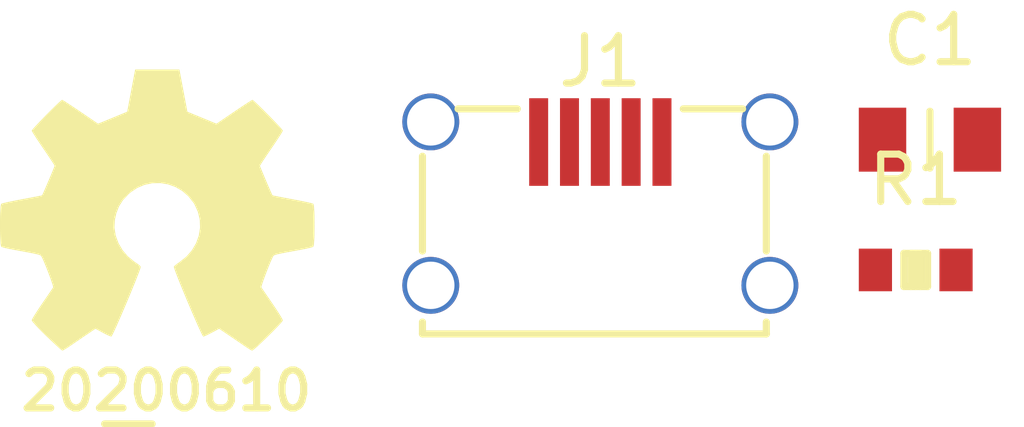
<source format=kicad_pcb>
(kicad_pcb (version 20171130) (host pcbnew 5.1.6-c6e7f7d~86~ubuntu19.10.1)

  (general
    (thickness 1.6)
    (drawings 0)
    (tracks 0)
    (zones 0)
    (modules 5)
    (nets 7)
  )

  (page A4)
  (layers
    (0 F.Cu signal)
    (31 B.Cu signal)
    (32 B.Adhes user)
    (33 F.Adhes user)
    (34 B.Paste user)
    (35 F.Paste user)
    (36 B.SilkS user)
    (37 F.SilkS user)
    (38 B.Mask user)
    (39 F.Mask user)
    (40 Dwgs.User user)
    (41 Cmts.User user)
    (42 Eco1.User user)
    (43 Eco2.User user)
    (44 Edge.Cuts user)
    (45 Margin user)
    (46 B.CrtYd user)
    (47 F.CrtYd user)
    (48 B.Fab user)
    (49 F.Fab user)
  )

  (setup
    (last_trace_width 0.25)
    (user_trace_width 0.2)
    (user_trace_width 0.3)
    (user_trace_width 0.4)
    (user_trace_width 0.6)
    (user_trace_width 0.8)
    (user_trace_width 1)
    (user_trace_width 1.2)
    (user_trace_width 1.4)
    (user_trace_width 1.6)
    (user_trace_width 2)
    (trace_clearance 0.2)
    (zone_clearance 0.508)
    (zone_45_only no)
    (trace_min 0.1524)
    (via_size 0.8)
    (via_drill 0.4)
    (via_min_size 0.381)
    (via_min_drill 0.254)
    (user_via 0.4 0.254)
    (user_via 0.5 0.3)
    (user_via 0.6 0.4)
    (user_via 0.8 0.6)
    (user_via 1.1 0.8)
    (user_via 1.3 1)
    (user_via 1.5 1.2)
    (user_via 1.7 1.4)
    (user_via 1.9 1.6)
    (user_via 2.5 2)
    (uvia_size 0.3)
    (uvia_drill 0.1)
    (uvias_allowed no)
    (uvia_min_size 0.2)
    (uvia_min_drill 0.1)
    (edge_width 0.05)
    (segment_width 0.2)
    (pcb_text_width 0.3)
    (pcb_text_size 1.5 1.5)
    (mod_edge_width 0.12)
    (mod_text_size 0.8 0.8)
    (mod_text_width 0.12)
    (pad_size 1.524 1.524)
    (pad_drill 0.762)
    (pad_to_mask_clearance 0.0762)
    (solder_mask_min_width 0.1016)
    (pad_to_paste_clearance_ratio -0.1)
    (aux_axis_origin 0 0)
    (visible_elements FFFFFF7F)
    (pcbplotparams
      (layerselection 0x010fc_ffffffff)
      (usegerberextensions false)
      (usegerberattributes true)
      (usegerberadvancedattributes true)
      (creategerberjobfile true)
      (excludeedgelayer true)
      (linewidth 0.100000)
      (plotframeref false)
      (viasonmask false)
      (mode 1)
      (useauxorigin false)
      (hpglpennumber 1)
      (hpglpenspeed 20)
      (hpglpendiameter 15.000000)
      (psnegative false)
      (psa4output false)
      (plotreference true)
      (plotvalue true)
      (plotinvisibletext false)
      (padsonsilk false)
      (subtractmaskfromsilk false)
      (outputformat 1)
      (mirror false)
      (drillshape 1)
      (scaleselection 1)
      (outputdirectory ""))
  )

  (net 0 "")
  (net 1 /VSS)
  (net 2 "Net-(C1-Pad1)")
  (net 3 /VBUS)
  (net 4 /USB_DM)
  (net 5 /USB_DP)
  (net 6 "Net-(J1-Pad4)")

  (net_class Default "This is the default net class."
    (clearance 0.2)
    (trace_width 0.25)
    (via_dia 0.8)
    (via_drill 0.4)
    (uvia_dia 0.3)
    (uvia_drill 0.1)
    (add_net /USB_DM)
    (add_net /USB_DP)
    (add_net /VBUS)
    (add_net /VSS)
    (add_net "Net-(C1-Pad1)")
    (add_net "Net-(J1-Pad4)")
  )

  (module SquantorRcl:R_0603_hand (layer F.Cu) (tedit 5D440259) (tstamp 5EE133B9)
    (at 154.7 88.85)
    (descr "Resistor SMD 0603, reflow soldering, Vishay (see dcrcw.pdf)")
    (tags "resistor 0603")
    (path /5EE15032)
    (attr smd)
    (fp_text reference R1 (at 0 -1.9) (layer F.SilkS)
      (effects (font (size 1 1) (thickness 0.15)))
    )
    (fp_text value TBD (at 0 1.9) (layer F.Fab)
      (effects (font (size 1 1) (thickness 0.15)))
    )
    (fp_line (start -0.8 0.4) (end -0.8 -0.4) (layer F.Fab) (width 0.1))
    (fp_line (start 0.8 0.4) (end -0.8 0.4) (layer F.Fab) (width 0.1))
    (fp_line (start 0.8 -0.4) (end 0.8 0.4) (layer F.Fab) (width 0.1))
    (fp_line (start -0.8 -0.4) (end 0.8 -0.4) (layer F.Fab) (width 0.1))
    (fp_line (start -1.45 -0.75) (end 1.45 -0.75) (layer F.CrtYd) (width 0.05))
    (fp_line (start -1.45 0.75) (end 1.45 0.75) (layer F.CrtYd) (width 0.05))
    (fp_line (start -1.45 -0.75) (end -1.45 0.75) (layer F.CrtYd) (width 0.05))
    (fp_line (start 1.45 -0.75) (end 1.45 0.75) (layer F.CrtYd) (width 0.05))
    (fp_line (start 0.25 -0.35) (end 0.25 0.35) (layer F.SilkS) (width 0.15))
    (fp_line (start -0.25 0.35) (end -0.25 -0.35) (layer F.SilkS) (width 0.15))
    (fp_line (start -0.25 -0.35) (end 0.25 -0.35) (layer F.SilkS) (width 0.15))
    (fp_line (start 0.25 0.35) (end -0.25 0.35) (layer F.SilkS) (width 0.15))
    (fp_line (start -0.1 0.35) (end -0.1 -0.35) (layer F.SilkS) (width 0.15))
    (fp_line (start -0.1 -0.35) (end 0.1 -0.35) (layer F.SilkS) (width 0.15))
    (fp_line (start 0.1 -0.35) (end 0.1 0.35) (layer F.SilkS) (width 0.15))
    (fp_line (start 0 0.35) (end 0 -0.35) (layer F.SilkS) (width 0.15))
    (pad 2 smd rect (at 0.85 0) (size 0.7 0.9) (layers F.Cu F.Paste F.Mask)
      (net 1 /VSS))
    (pad 1 smd rect (at -0.85 0) (size 0.7 0.9) (layers F.Cu F.Paste F.Mask)
      (net 6 "Net-(J1-Pad4)"))
    (model ${KISYS3DMOD}/Resistor_SMD.3dshapes/R_0603_1608Metric.step
      (at (xyz 0 0 0))
      (scale (xyz 1 1 1))
      (rotate (xyz 0 0 0))
    )
  )

  (module SquantorUsb:USB-muB-SMD_TH (layer F.Cu) (tedit 5E237215) (tstamp 5EE13393)
    (at 148.049999 87.449999)
    (path /5EE1316E)
    (fp_text reference J1 (at 0 -3) (layer F.SilkS)
      (effects (font (size 1 1) (thickness 0.15)))
    )
    (fp_text value USB-ID (at 0 3.6) (layer F.Fab)
      (effects (font (size 1 1) (thickness 0.15)))
    )
    (fp_line (start 3.5 2.5) (end 3.5 2.75) (layer F.SilkS) (width 0.15))
    (fp_line (start 3.5 2.75) (end -3.75 2.75) (layer F.SilkS) (width 0.15))
    (fp_line (start -3.75 2.75) (end -3.75 2.5) (layer F.SilkS) (width 0.15))
    (fp_line (start -3.75 -1) (end -3.75 1) (layer F.SilkS) (width 0.15))
    (fp_line (start 3.5 -1) (end 3.5 1) (layer F.SilkS) (width 0.15))
    (fp_line (start 1.75 -2) (end 3 -2) (layer F.SilkS) (width 0.15))
    (fp_line (start -3 -2) (end -1.75 -2) (layer F.SilkS) (width 0.15))
    (pad S thru_hole circle (at 3.575 1.725) (size 1.2 1.2) (drill 1) (layers *.Cu *.Mask)
      (net 2 "Net-(C1-Pad1)"))
    (pad "" np_thru_hole circle (at 2 -0.575) (size 0.8 0.8) (drill 0.8) (layers *.Cu))
    (pad 1 smd rect (at -1.3 -1.3) (size 0.4 1.85) (layers F.Cu F.Paste F.Mask)
      (net 3 /VBUS))
    (pad 2 smd rect (at -0.65 -1.3) (size 0.4 1.85) (layers F.Cu F.Paste F.Mask)
      (net 4 /USB_DM))
    (pad 3 smd rect (at 0 -1.3) (size 0.4 1.85) (layers F.Cu F.Paste F.Mask)
      (net 5 /USB_DP))
    (pad 4 smd rect (at 0.65 -1.3) (size 0.4 1.85) (layers F.Cu F.Paste F.Mask)
      (net 6 "Net-(J1-Pad4)"))
    (pad 5 smd rect (at 1.3 -1.3) (size 0.4 1.85) (layers F.Cu F.Paste F.Mask)
      (net 1 /VSS))
    (pad "" np_thru_hole circle (at -2 -0.575) (size 0.8 0.8) (drill 0.8) (layers *.Cu))
    (pad S thru_hole circle (at -3.575 1.725) (size 1.2 1.2) (drill 1) (layers *.Cu *.Mask)
      (net 2 "Net-(C1-Pad1)"))
    (pad S thru_hole circle (at 3.575 -1.725) (size 1.2 1.2) (drill 1) (layers *.Cu *.Mask)
      (net 2 "Net-(C1-Pad1)"))
    (pad S thru_hole circle (at -3.575 -1.725) (size 1.2 1.2) (drill 1) (layers *.Cu *.Mask)
      (net 2 "Net-(C1-Pad1)"))
    (model ${KISYS3DMOD}/Connector_USB.3dshapes/USB_Micro-B_Molex_47346-0001.step
      (at (xyz 0 0 0))
      (scale (xyz 1 1 1))
      (rotate (xyz 0 0 0))
    )
  )

  (module SquantorRcl:C_0805 (layer F.Cu) (tedit 5D87C73D) (tstamp 5EE1337D)
    (at 155 86.1)
    (descr "Capacitor SMD 0805, reflow soldering, AVX (see smccp.pdf)")
    (tags "capacitor 0805")
    (path /5EE136EE)
    (attr smd)
    (fp_text reference C1 (at 0 -2.1) (layer F.SilkS)
      (effects (font (size 1 1) (thickness 0.15)))
    )
    (fp_text value 100n (at 0 2.1) (layer F.Fab)
      (effects (font (size 1 1) (thickness 0.15)))
    )
    (fp_line (start -0.9 0.625) (end -0.9 -0.625) (layer F.Fab) (width 0.1))
    (fp_line (start 0.9 0.625) (end -0.9 0.625) (layer F.Fab) (width 0.1))
    (fp_line (start 0.9 -0.625) (end 0.9 0.625) (layer F.Fab) (width 0.1))
    (fp_line (start -0.9 -0.625) (end 0.9 -0.625) (layer F.Fab) (width 0.1))
    (fp_line (start -1.75 -0.95) (end 1.75 -0.95) (layer F.CrtYd) (width 0.05))
    (fp_line (start -1.75 0.95) (end 1.75 0.95) (layer F.CrtYd) (width 0.05))
    (fp_line (start -1.75 -0.95) (end -1.75 0.95) (layer F.CrtYd) (width 0.05))
    (fp_line (start 1.75 -0.95) (end 1.75 0.95) (layer F.CrtYd) (width 0.05))
    (fp_line (start 0 -0.6) (end 0 0.6) (layer F.SilkS) (width 0.15))
    (pad 2 smd rect (at 1 0) (size 1 1.35) (layers F.Cu F.Paste F.Mask)
      (net 1 /VSS))
    (pad 1 smd rect (at -1 0) (size 1 1.35) (layers F.Cu F.Paste F.Mask)
      (net 2 "Net-(C1-Pad1)"))
    (model ${KISYS3DMOD}/Capacitor_SMD.3dshapes/C_0805_2012Metric.step
      (at (xyz 0 0 0))
      (scale (xyz 1 1 1))
      (rotate (xyz 0 0 0))
    )
  )

  (module Symbol:OSHW-Symbol_6.7x6mm_SilkScreen (layer F.Cu) (tedit 0) (tstamp 5EE12086)
    (at 138.7 87.6)
    (descr "Open Source Hardware Symbol")
    (tags "Logo Symbol OSHW")
    (path /5EE13678)
    (attr virtual)
    (fp_text reference N2 (at 0 0) (layer F.SilkS) hide
      (effects (font (size 1 1) (thickness 0.15)))
    )
    (fp_text value OHWLOGO (at 0.75 0) (layer F.Fab) hide
      (effects (font (size 1 1) (thickness 0.15)))
    )
    (fp_poly (pts (xy 0.555814 -2.531069) (xy 0.639635 -2.086445) (xy 0.94892 -1.958947) (xy 1.258206 -1.831449)
      (xy 1.629246 -2.083754) (xy 1.733157 -2.154004) (xy 1.827087 -2.216728) (xy 1.906652 -2.269062)
      (xy 1.96747 -2.308143) (xy 2.005157 -2.331107) (xy 2.015421 -2.336058) (xy 2.03391 -2.323324)
      (xy 2.07342 -2.288118) (xy 2.129522 -2.234938) (xy 2.197787 -2.168282) (xy 2.273786 -2.092646)
      (xy 2.353092 -2.012528) (xy 2.431275 -1.932426) (xy 2.503907 -1.856836) (xy 2.566559 -1.790255)
      (xy 2.614803 -1.737182) (xy 2.64421 -1.702113) (xy 2.651241 -1.690377) (xy 2.641123 -1.66874)
      (xy 2.612759 -1.621338) (xy 2.569129 -1.552807) (xy 2.513218 -1.467785) (xy 2.448006 -1.370907)
      (xy 2.410219 -1.31565) (xy 2.341343 -1.214752) (xy 2.28014 -1.123701) (xy 2.229578 -1.04703)
      (xy 2.192628 -0.989272) (xy 2.172258 -0.954957) (xy 2.169197 -0.947746) (xy 2.176136 -0.927252)
      (xy 2.195051 -0.879487) (xy 2.223087 -0.811168) (xy 2.257391 -0.729011) (xy 2.295109 -0.63973)
      (xy 2.333387 -0.550042) (xy 2.36937 -0.466662) (xy 2.400206 -0.396306) (xy 2.423039 -0.34569)
      (xy 2.435017 -0.321529) (xy 2.435724 -0.320578) (xy 2.454531 -0.315964) (xy 2.504618 -0.305672)
      (xy 2.580793 -0.290713) (xy 2.677865 -0.272099) (xy 2.790643 -0.250841) (xy 2.856442 -0.238582)
      (xy 2.97695 -0.215638) (xy 3.085797 -0.193805) (xy 3.177476 -0.174278) (xy 3.246481 -0.158252)
      (xy 3.287304 -0.146921) (xy 3.295511 -0.143326) (xy 3.303548 -0.118994) (xy 3.310033 -0.064041)
      (xy 3.31497 0.015108) (xy 3.318364 0.112026) (xy 3.320218 0.220287) (xy 3.320538 0.333465)
      (xy 3.319327 0.445135) (xy 3.31659 0.548868) (xy 3.312331 0.638241) (xy 3.306555 0.706826)
      (xy 3.299267 0.748197) (xy 3.294895 0.75681) (xy 3.268764 0.767133) (xy 3.213393 0.781892)
      (xy 3.136107 0.799352) (xy 3.04423 0.81778) (xy 3.012158 0.823741) (xy 2.857524 0.852066)
      (xy 2.735375 0.874876) (xy 2.641673 0.89308) (xy 2.572384 0.907583) (xy 2.523471 0.919292)
      (xy 2.490897 0.929115) (xy 2.470628 0.937956) (xy 2.458626 0.946724) (xy 2.456947 0.948457)
      (xy 2.440184 0.976371) (xy 2.414614 1.030695) (xy 2.382788 1.104777) (xy 2.34726 1.191965)
      (xy 2.310583 1.285608) (xy 2.275311 1.379052) (xy 2.243996 1.465647) (xy 2.219193 1.53874)
      (xy 2.203454 1.591678) (xy 2.199332 1.617811) (xy 2.199676 1.618726) (xy 2.213641 1.640086)
      (xy 2.245322 1.687084) (xy 2.291391 1.754827) (xy 2.348518 1.838423) (xy 2.413373 1.932982)
      (xy 2.431843 1.959854) (xy 2.497699 2.057275) (xy 2.55565 2.146163) (xy 2.602538 2.221412)
      (xy 2.635207 2.27792) (xy 2.6505 2.310581) (xy 2.651241 2.314593) (xy 2.638392 2.335684)
      (xy 2.602888 2.377464) (xy 2.549293 2.435445) (xy 2.482171 2.505135) (xy 2.406087 2.582045)
      (xy 2.325604 2.661683) (xy 2.245287 2.739561) (xy 2.169699 2.811186) (xy 2.103405 2.87207)
      (xy 2.050969 2.917721) (xy 2.016955 2.94365) (xy 2.007545 2.947883) (xy 1.985643 2.937912)
      (xy 1.9408 2.91102) (xy 1.880321 2.871736) (xy 1.833789 2.840117) (xy 1.749475 2.782098)
      (xy 1.649626 2.713784) (xy 1.549473 2.645579) (xy 1.495627 2.609075) (xy 1.313371 2.4858)
      (xy 1.160381 2.56852) (xy 1.090682 2.604759) (xy 1.031414 2.632926) (xy 0.991311 2.648991)
      (xy 0.981103 2.651226) (xy 0.968829 2.634722) (xy 0.944613 2.588082) (xy 0.910263 2.515609)
      (xy 0.867588 2.421606) (xy 0.818394 2.310374) (xy 0.76449 2.186215) (xy 0.707684 2.053432)
      (xy 0.649782 1.916327) (xy 0.592593 1.779202) (xy 0.537924 1.646358) (xy 0.487584 1.522098)
      (xy 0.44338 1.410725) (xy 0.407119 1.316539) (xy 0.380609 1.243844) (xy 0.365658 1.196941)
      (xy 0.363254 1.180833) (xy 0.382311 1.160286) (xy 0.424036 1.126933) (xy 0.479706 1.087702)
      (xy 0.484378 1.084599) (xy 0.628264 0.969423) (xy 0.744283 0.835053) (xy 0.83143 0.685784)
      (xy 0.888699 0.525913) (xy 0.915086 0.359737) (xy 0.909585 0.191552) (xy 0.87119 0.025655)
      (xy 0.798895 -0.133658) (xy 0.777626 -0.168513) (xy 0.666996 -0.309263) (xy 0.536302 -0.422286)
      (xy 0.390064 -0.506997) (xy 0.232808 -0.562806) (xy 0.069057 -0.589126) (xy -0.096667 -0.58537)
      (xy -0.259838 -0.55095) (xy -0.415935 -0.485277) (xy -0.560433 -0.387765) (xy -0.605131 -0.348187)
      (xy -0.718888 -0.224297) (xy -0.801782 -0.093876) (xy -0.858644 0.052315) (xy -0.890313 0.197088)
      (xy -0.898131 0.35986) (xy -0.872062 0.52344) (xy -0.814755 0.682298) (xy -0.728856 0.830906)
      (xy -0.617014 0.963735) (xy -0.481877 1.075256) (xy -0.464117 1.087011) (xy -0.40785 1.125508)
      (xy -0.365077 1.158863) (xy -0.344628 1.18016) (xy -0.344331 1.180833) (xy -0.348721 1.203871)
      (xy -0.366124 1.256157) (xy -0.394732 1.33339) (xy -0.432735 1.431268) (xy -0.478326 1.545491)
      (xy -0.529697 1.671758) (xy -0.585038 1.805767) (xy -0.642542 1.943218) (xy -0.700399 2.079808)
      (xy -0.756802 2.211237) (xy -0.809942 2.333205) (xy -0.85801 2.441409) (xy -0.899199 2.531549)
      (xy -0.931699 2.599323) (xy -0.953703 2.64043) (xy -0.962564 2.651226) (xy -0.98964 2.642819)
      (xy -1.040303 2.620272) (xy -1.105817 2.587613) (xy -1.141841 2.56852) (xy -1.294832 2.4858)
      (xy -1.477088 2.609075) (xy -1.570125 2.672228) (xy -1.671985 2.741727) (xy -1.767438 2.807165)
      (xy -1.81525 2.840117) (xy -1.882495 2.885273) (xy -1.939436 2.921057) (xy -1.978646 2.942938)
      (xy -1.991381 2.947563) (xy -2.009917 2.935085) (xy -2.050941 2.900252) (xy -2.110475 2.846678)
      (xy -2.184542 2.777983) (xy -2.269165 2.697781) (xy -2.322685 2.646286) (xy -2.416319 2.554286)
      (xy -2.497241 2.471999) (xy -2.562177 2.402945) (xy -2.607858 2.350644) (xy -2.631011 2.318616)
      (xy -2.633232 2.312116) (xy -2.622924 2.287394) (xy -2.594439 2.237405) (xy -2.550937 2.167212)
      (xy -2.495577 2.081875) (xy -2.43152 1.986456) (xy -2.413303 1.959854) (xy -2.346927 1.863167)
      (xy -2.287378 1.776117) (xy -2.237984 1.703595) (xy -2.202075 1.650493) (xy -2.182981 1.621703)
      (xy -2.181136 1.618726) (xy -2.183895 1.595782) (xy -2.198538 1.545336) (xy -2.222513 1.474041)
      (xy -2.253266 1.388547) (xy -2.288244 1.295507) (xy -2.324893 1.201574) (xy -2.360661 1.113399)
      (xy -2.392994 1.037634) (xy -2.419338 0.980931) (xy -2.437142 0.949943) (xy -2.438407 0.948457)
      (xy -2.449294 0.939601) (xy -2.467682 0.930843) (xy -2.497606 0.921277) (xy -2.543103 0.909996)
      (xy -2.608209 0.896093) (xy -2.696961 0.878663) (xy -2.813393 0.856798) (xy -2.961542 0.829591)
      (xy -2.993618 0.823741) (xy -3.088686 0.805374) (xy -3.171565 0.787405) (xy -3.23493 0.771569)
      (xy -3.271458 0.7596) (xy -3.276356 0.75681) (xy -3.284427 0.732072) (xy -3.290987 0.67679)
      (xy -3.296033 0.597389) (xy -3.299559 0.500296) (xy -3.301561 0.391938) (xy -3.302036 0.27874)
      (xy -3.300977 0.167128) (xy -3.298382 0.063529) (xy -3.294246 -0.025632) (xy -3.288563 -0.093928)
      (xy -3.281331 -0.134934) (xy -3.276971 -0.143326) (xy -3.252698 -0.151792) (xy -3.197426 -0.165565)
      (xy -3.116662 -0.18345) (xy -3.015912 -0.204252) (xy -2.900683 -0.226777) (xy -2.837902 -0.238582)
      (xy -2.718787 -0.260849) (xy -2.612565 -0.281021) (xy -2.524427 -0.298085) (xy -2.459566 -0.311031)
      (xy -2.423174 -0.318845) (xy -2.417184 -0.320578) (xy -2.407061 -0.34011) (xy -2.385662 -0.387157)
      (xy -2.355839 -0.454997) (xy -2.320445 -0.536909) (xy -2.282332 -0.626172) (xy -2.244353 -0.716065)
      (xy -2.20936 -0.799865) (xy -2.180206 -0.870853) (xy -2.159743 -0.922306) (xy -2.150823 -0.947503)
      (xy -2.150657 -0.948604) (xy -2.160769 -0.968481) (xy -2.189117 -1.014223) (xy -2.232723 -1.081283)
      (xy -2.288606 -1.165116) (xy -2.353787 -1.261174) (xy -2.391679 -1.31635) (xy -2.460725 -1.417519)
      (xy -2.52205 -1.50937) (xy -2.572663 -1.587256) (xy -2.609571 -1.646531) (xy -2.629782 -1.682549)
      (xy -2.632701 -1.690623) (xy -2.620153 -1.709416) (xy -2.585463 -1.749543) (xy -2.533063 -1.806507)
      (xy -2.467384 -1.875815) (xy -2.392856 -1.952969) (xy -2.313913 -2.033475) (xy -2.234983 -2.112837)
      (xy -2.1605 -2.18656) (xy -2.094894 -2.250148) (xy -2.042596 -2.299106) (xy -2.008039 -2.328939)
      (xy -1.996478 -2.336058) (xy -1.977654 -2.326047) (xy -1.932631 -2.297922) (xy -1.865787 -2.254546)
      (xy -1.781499 -2.198782) (xy -1.684144 -2.133494) (xy -1.610707 -2.083754) (xy -1.239667 -1.831449)
      (xy -0.621095 -2.086445) (xy -0.537275 -2.531069) (xy -0.453454 -2.975693) (xy 0.471994 -2.975693)
      (xy 0.555814 -2.531069)) (layer F.SilkS) (width 0.01))
  )

  (module SquantorLabels:Label_Generic (layer F.Cu) (tedit 5D8A7D4C) (tstamp 5EE12051)
    (at 138.1 91.5)
    (descr "Label for general purpose use")
    (tags Label)
    (path /5EE12BF3)
    (attr smd)
    (fp_text reference N1 (at 0 1.85) (layer F.Fab) hide
      (effects (font (size 1 1) (thickness 0.15)))
    )
    (fp_text value 20200610 (at 0.8 -0.1) (layer F.SilkS)
      (effects (font (size 0.8 0.8) (thickness 0.15)))
    )
    (fp_line (start -0.5 0.6) (end 0.5 0.6) (layer F.SilkS) (width 0.15))
  )

)

</source>
